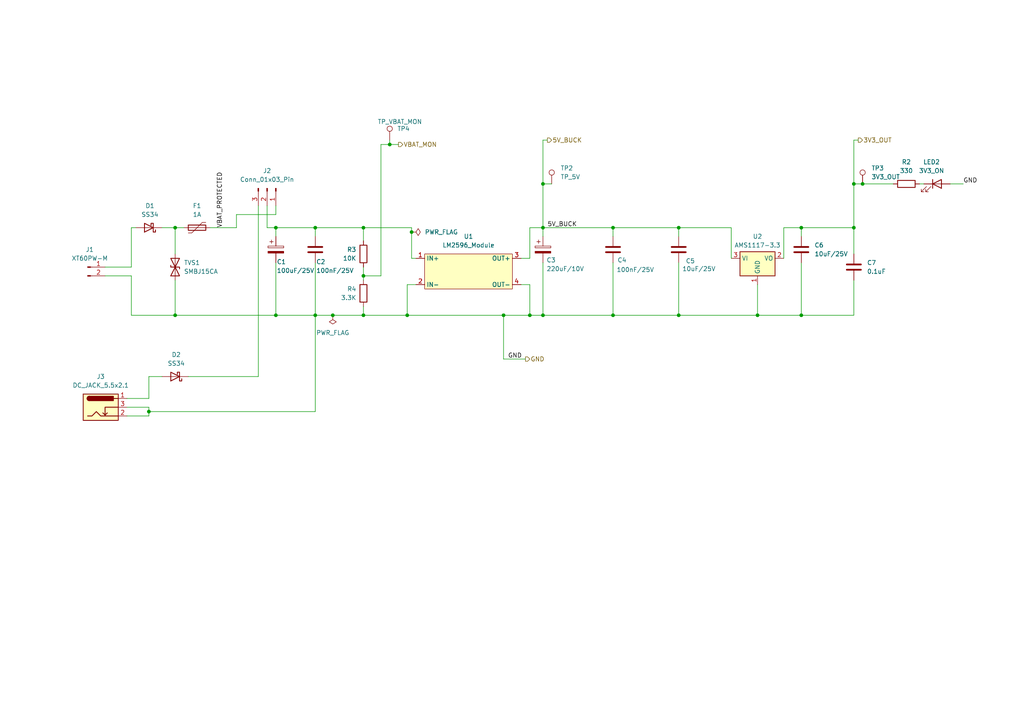
<source format=kicad_sch>
(kicad_sch (version 20250114) (generator "eeschema") (generator_version "9.0")
  (paper "A4")
  (lib_symbols
    (symbol "Connector:Barrel_Jack_Switch" (pin_names (hide yes))
      (property "Reference" "J" (at 0 5.334 0))
      (property "Value" "Barrel_Jack_Switch" (at 0 -5.08 0))
      (symbol "Barrel_Jack_Switch_0_1"
        (rectangle (start -5.08 3.81) (end 5.08 -3.81) (stroke (width 0.254)) (fill (type background)))
        (polyline (pts (xy -3.81 -2.54) (xy -2.54 -2.54) (xy -1.27 -1.27) (xy 0 -2.54) (xy 2.54 -2.54) (xy 5.08 -2.54)) (stroke (width 0.254)))
        (arc (start -3.302 1.905) (mid -3.9343 2.54) (end -3.302 3.175) (stroke (width 0.254)))
        (arc (start -3.302 1.905) (mid -3.9343 2.54) (end -3.302 3.175) (stroke (width 0.254)) (fill (type outline)))
        (polyline (pts (xy 1.27 -2.286) (xy 1.905 -1.651)) (stroke (width 0.254)))
        (rectangle (start 3.683 3.175) (end -3.302 1.905) (stroke (width 0.254)) (fill (type outline)))
        (polyline (pts (xy 5.08 2.54) (xy 3.81 2.54)) (stroke (width 0.254)))
        (polyline (pts (xy 5.08 0) (xy 1.27 0) (xy 1.27 -2.286) (xy 0.635 -1.651)) (stroke (width 0.254)))
      )
      (symbol "Barrel_Jack_Switch_1_1"
        (pin passive line (at 7.62 2.54 180) (length 2.54) (name "~") (number "1"))
        (pin passive line (at 7.62 0 180) (length 2.54) (name "~") (number "3"))
        (pin passive line (at 7.62 -2.54 180) (length 2.54) (name "~") (number "2"))
      )
    )
    (symbol "Connector:Conn_01x02_Pin" (pin_names (offset 1.016) (hide yes))
      (property "Reference" "J" (at 0 2.54 0))
      (property "Value" "Conn_01x02_Pin" (at 0 -5.08 0))
      (symbol "Conn_01x02_Pin_1_1"
        (rectangle (start 0.8636 0.127) (end 0 -0.127) (stroke (width 0.1524)) (fill (type outline)))
        (rectangle (start 0.8636 -2.413) (end 0 -2.667) (stroke (width 0.1524)) (fill (type outline)))
        (polyline (pts (xy 1.27 0) (xy 0.8636 0)) (stroke (width 0.1524)))
        (polyline (pts (xy 1.27 -2.54) (xy 0.8636 -2.54)) (stroke (width 0.1524)))
        (pin passive line (at 5.08 0 180) (length 3.81) (name "Pin_1") (number "1"))
        (pin passive line (at 5.08 -2.54 180) (length 3.81) (name "Pin_2") (number "2"))
      )
    )
    (symbol "Connector:Conn_01x03_Pin" (pin_names (offset 1.016) (hide yes))
      (property "Reference" "J" (at 0 5.08 0))
      (property "Value" "Conn_01x03_Pin" (at 0 -5.08 0))
      (symbol "Conn_01x03_Pin_1_1"
        (rectangle (start 0.8636 2.667) (end 0 2.413) (stroke (width 0.1524)) (fill (type outline)))
        (rectangle (start 0.8636 0.127) (end 0 -0.127) (stroke (width 0.1524)) (fill (type outline)))
        (rectangle (start 0.8636 -2.413) (end 0 -2.667) (stroke (width 0.1524)) (fill (type outline)))
        (polyline (pts (xy 1.27 2.54) (xy 0.8636 2.54)) (stroke (width 0.1524)))
        (polyline (pts (xy 1.27 0) (xy 0.8636 0)) (stroke (width 0.1524)))
        (polyline (pts (xy 1.27 -2.54) (xy 0.8636 -2.54)) (stroke (width 0.1524)))
        (pin passive line (at 5.08 2.54 180) (length 3.81) (name "Pin_1") (number "1"))
        (pin passive line (at 5.08 0 180) (length 3.81) (name "Pin_2") (number "2"))
        (pin passive line (at 5.08 -2.54 180) (length 3.81) (name "Pin_3") (number "3"))
      )
    )
    (symbol "Connector:TestPoint" (pin_numbers (hide yes)) (pin_names (offset 0.762) (hide yes))
      (property "Reference" "TP" (at 0 6.858 0))
      (property "Value" "TestPoint" (at 0 5.08 0))
      (symbol "TestPoint_0_1"
        (circle (center 0 3.302) (radius 0.762))
      )
      (symbol "TestPoint_1_1"
        (pin passive line (at 0 0 90) (length 2.54) (name "1") (number "1"))
      )
    )
    (symbol "Custom_Modules:LM2596_Module"
      (property "Reference" "U" (at 0 0 0))
      (property "Value" "LM2596_Module" (at 0 0 0))
      (symbol "LM2596_Module_0_1"
        (polyline (pts (xy -12.7 5.08) (xy 12.7 5.08) (xy 12.7 -5.08) (xy -12.7 -5.08) (xy -12.7 5.08)) (fill (type color) (color 255 255 194 1)))
      )
      (symbol "LM2596_Module_1_1"
        (pin power_in line (at -15.24 3.81 0) (length 2.54) (name "IN+") (number "1"))
        (pin power_in line (at -15.24 -3.81 0) (length 2.54) (name "IN-") (number "2"))
        (pin power_out line (at 15.24 3.81 180) (length 2.54) (name "OUT+") (number "3"))
        (pin power_in line (at 15.24 -3.81 180) (length 2.54) (name "OUT-") (number "4"))
      )
    )
    (symbol "Device:C" (pin_numbers (hide yes)) (pin_names (offset 0.254))
      (property "Reference" "C" (at 0.635 2.54 0))
      (property "Value" "C" (at 0.635 -2.54 0))
      (symbol "C_0_1"
        (polyline (pts (xy -2.032 0.762) (xy 2.032 0.762)) (stroke (width 0.508)))
        (polyline (pts (xy -2.032 -0.762) (xy 2.032 -0.762)) (stroke (width 0.508)))
      )
      (symbol "C_1_1"
        (pin passive line (at 0 3.81 270) (length 2.794) (name "~") (number "1"))
        (pin passive line (at 0 -3.81 90) (length 2.794) (name "~") (number "2"))
      )
    )
    (symbol "Device:C_Polarized" (pin_numbers (hide yes)) (pin_names (offset 0.254))
      (property "Reference" "C" (at 0.635 2.54 0))
      (property "Value" "C_Polarized" (at 0.635 -2.54 0))
      (symbol "C_Polarized_0_1"
        (rectangle (start -2.286 0.508) (end 2.286 1.016))
        (polyline (pts (xy -1.778 2.286) (xy -0.762 2.286)))
        (polyline (pts (xy -1.27 2.794) (xy -1.27 1.778)))
        (rectangle (start 2.286 -0.508) (end -2.286 -1.016) (fill (type outline)))
      )
      (symbol "C_Polarized_1_1"
        (pin passive line (at 0 3.81 270) (length 2.794) (name "~") (number "1"))
        (pin passive line (at 0 -3.81 90) (length 2.794) (name "~") (number "2"))
      )
    )
    (symbol "Device:D_Schottky" (pin_numbers (hide yes)) (pin_names (offset 1.016) (hide yes))
      (property "Reference" "D" (at 0 2.54 0))
      (property "Value" "D_Schottky" (at 0 -2.54 0))
      (symbol "D_Schottky_0_1"
        (polyline (pts (xy -1.905 0.635) (xy -1.905 1.27) (xy -1.27 1.27) (xy -1.27 -1.27) (xy -0.635 -1.27) (xy -0.635 -0.635)) (stroke (width 0.254)))
        (polyline (pts (xy 1.27 1.27) (xy 1.27 -1.27) (xy -1.27 0) (xy 1.27 1.27)) (stroke (width 0.254)))
        (polyline (pts (xy 1.27 0) (xy -1.27 0)))
      )
      (symbol "D_Schottky_1_1"
        (pin passive line (at -3.81 0 0) (length 2.54) (name "K") (number "1"))
        (pin passive line (at 3.81 0 180) (length 2.54) (name "A") (number "2"))
      )
    )
    (symbol "Device:D_TVS" (pin_numbers (hide yes)) (pin_names (offset 1.016) (hide yes))
      (property "Reference" "D" (at 0 2.54 0))
      (property "Value" "D_TVS" (at 0 -2.54 0))
      (symbol "D_TVS_0_1"
        (polyline (pts (xy -2.54 1.27) (xy -2.54 -1.27) (xy 2.54 1.27) (xy 2.54 -1.27) (xy -2.54 1.27)) (stroke (width 0.254)))
        (polyline (pts (xy 0.508 1.27) (xy 0 1.27) (xy 0 -1.27) (xy -0.508 -1.27)) (stroke (width 0.254)))
        (polyline (pts (xy 1.27 0) (xy -1.27 0)))
      )
      (symbol "D_TVS_1_1"
        (pin passive line (at -3.81 0 0) (length 2.54) (name "A1") (number "1"))
        (pin passive line (at 3.81 0 180) (length 2.54) (name "A2") (number "2"))
      )
    )
    (symbol "Device:LED" (pin_numbers (hide yes)) (pin_names (offset 1.016) (hide yes))
      (property "Reference" "D" (at 0 2.54 0))
      (property "Value" "LED" (at 0 -2.54 0))
      (symbol "LED_0_1"
        (polyline (pts (xy -3.048 -0.762) (xy -4.572 -2.286) (xy -3.81 -2.286) (xy -4.572 -2.286) (xy -4.572 -1.524)))
        (polyline (pts (xy -1.778 -0.762) (xy -3.302 -2.286) (xy -2.54 -2.286) (xy -3.302 -2.286) (xy -3.302 -1.524)))
        (polyline (pts (xy -1.27 0) (xy 1.27 0)))
        (polyline (pts (xy -1.27 -1.27) (xy -1.27 1.27)) (stroke (width 0.254)))
        (polyline (pts (xy 1.27 -1.27) (xy 1.27 1.27) (xy -1.27 0) (xy 1.27 -1.27)) (stroke (width 0.254)))
      )
      (symbol "LED_1_1"
        (pin passive line (at -3.81 0 0) (length 2.54) (name "K") (number "1"))
        (pin passive line (at 3.81 0 180) (length 2.54) (name "A") (number "2"))
      )
    )
    (symbol "Device:Polyfuse" (pin_numbers (hide yes)) (pin_names (offset 0))
      (property "Reference" "F" (at -2.54 0 90))
      (property "Value" "Polyfuse" (at 2.54 0 90))
      (symbol "Polyfuse_0_1"
        (polyline (pts (xy -1.524 2.54) (xy -1.524 1.524) (xy 1.524 -1.524) (xy 1.524 -2.54)))
        (rectangle (start -0.762 2.54) (end 0.762 -2.54) (stroke (width 0.254)))
        (polyline (pts (xy 0 2.54) (xy 0 -2.54)))
      )
      (symbol "Polyfuse_1_1"
        (pin passive line (at 0 3.81 270) (length 1.27) (name "~") (number "1"))
        (pin passive line (at 0 -3.81 90) (length 1.27) (name "~") (number "2"))
      )
    )
    (symbol "Device:R" (pin_numbers (hide yes)) (pin_names (offset 0))
      (property "Reference" "R" (at 2.032 0 90))
      (property "Value" "R" (at 0 0 90))
      (symbol "R_0_1"
        (rectangle (start -1.016 -2.54) (end 1.016 2.54) (stroke (width 0.254)))
      )
      (symbol "R_1_1"
        (pin passive line (at 0 3.81 270) (length 1.27) (name "~") (number "1"))
        (pin passive line (at 0 -3.81 90) (length 1.27) (name "~") (number "2"))
      )
    )
    (symbol "Regulator_Linear:AMS1117-3.3"
      (property "Reference" "U" (at -3.81 3.175 0))
      (property "Value" "AMS1117-3.3" (at 0 3.175 0))
      (symbol "AMS1117-3.3_0_1"
        (rectangle (start -5.08 -5.08) (end 5.08 1.905) (stroke (width 0.254)) (fill (type background)))
      )
      (symbol "AMS1117-3.3_1_1"
        (pin power_in line (at -7.62 0 0) (length 2.54) (name "VI") (number "3"))
        (pin power_in line (at 0 -7.62 90) (length 2.54) (name "GND") (number "1"))
        (pin power_out line (at 7.62 0 180) (length 2.54) (name "VO") (number "2"))
      )
    )
    (symbol "power:PWR_FLAG" (power) (pin_numbers (hide yes)) (pin_names (offset 0) (hide yes))
      (property "Value" "PWR_FLAG" (at 0 3.81 0))
      (symbol "PWR_FLAG_0_0"
        (pin power_out line (at 0 0 90) (length 0) (name "~") (number "1"))
      )
      (symbol "PWR_FLAG_0_1"
        (polyline (pts (xy 0 0) (xy 0 1.27) (xy -1.016 1.905) (xy 0 2.54) (xy 1.016 1.905) (xy 0 1.27)))
      )
    )
  )
  (junction (at 118.11 91.44))
  (junction (at 146.05 91.44))
  (junction (at 113.03 41.91))
  (junction (at 219.71 91.44))
  (junction (at 232.41 91.44))
  (junction (at 105.41 91.44))
  (junction (at 105.41 66.04))
  (junction (at 50.8 66.04))
  (junction (at 105.41 80.01))
  (junction (at 91.44 66.04))
  (junction (at 157.48 66.04))
  (junction (at 80.01 91.44))
  (junction (at 153.67 91.44))
  (junction (at 177.8 91.44))
  (junction (at 119.38 67.31))
  (junction (at 177.8 66.04))
  (junction (at 50.8 91.44))
  (junction (at 247.65 66.04))
  (junction (at 80.01 66.04))
  (junction (at 196.85 66.04))
  (junction (at 247.65 53.34))
  (junction (at 96.52 91.44))
  (junction (at 157.48 53.34))
  (junction (at 232.41 66.04))
  (junction (at 250.19 53.34))
  (junction (at 196.85 91.44))
  (junction (at 157.48 91.44))
  (junction (at 43.18 119.38))
  (junction (at 91.44 91.44))
  (wire (pts (xy 146.05 104.14) (xy 152.4 104.14)))
  (wire (pts (xy 118.11 82.55) (xy 118.11 91.44)))
  (wire (pts (xy 232.41 91.44) (xy 247.65 91.44)))
  (wire (pts (xy 157.48 40.64) (xy 157.48 53.34)))
  (wire (pts (xy 247.65 81.28) (xy 247.65 91.44)))
  (wire (pts (xy 227.33 74.93) (xy 227.33 66.04)))
  (wire (pts (xy 153.67 91.44) (xy 157.48 91.44)))
  (wire (pts (xy 151.13 74.93) (xy 153.67 74.93)))
  (wire (pts (xy 91.44 66.04) (xy 105.41 66.04)))
  (wire (pts (xy 247.65 66.04) (xy 247.65 53.34)))
  (wire (pts (xy 119.38 67.31) (xy 119.38 74.93)))
  (wire (pts (xy 43.18 118.11) (xy 43.18 119.38)))
  (wire (pts (xy 43.18 109.22) (xy 46.99 109.22)))
  (wire (pts (xy 38.1 77.47) (xy 38.1 66.04)))
  (wire (pts (xy 50.8 66.04) (xy 53.34 66.04)))
  (wire (pts (xy 80.01 76.2) (xy 80.01 91.44)))
  (wire (pts (xy 105.41 66.04) (xy 119.38 66.04)))
  (wire (pts (xy 196.85 66.04) (xy 196.85 68.58)))
  (wire (pts (xy 275.59 53.34) (xy 279.4 53.34)))
  (wire (pts (xy 227.33 66.04) (xy 232.41 66.04)))
  (wire (pts (xy 105.41 91.44) (xy 118.11 91.44)))
  (wire (pts (xy 212.09 66.04) (xy 212.09 74.93)))
  (wire (pts (xy 96.52 91.44) (xy 105.41 91.44)))
  (wire (pts (xy 113.03 41.91) (xy 115.57 41.91)))
  (wire (pts (xy 146.05 91.44) (xy 146.05 104.14)))
  (wire (pts (xy 80.01 66.04) (xy 91.44 66.04)))
  (wire (pts (xy 247.65 53.34) (xy 250.19 53.34)))
  (wire (pts (xy 177.8 76.2) (xy 177.8 91.44)))
  (wire (pts (xy 157.48 66.04) (xy 177.8 66.04)))
  (wire (pts (xy 36.83 118.11) (xy 43.18 118.11)))
  (wire (pts (xy 157.48 66.04) (xy 157.48 68.58)))
  (wire (pts (xy 119.38 74.93) (xy 120.65 74.93)))
  (wire (pts (xy 247.65 73.66) (xy 247.65 66.04)))
  (wire (pts (xy 38.1 66.04) (xy 39.37 66.04)))
  (wire (pts (xy 232.41 66.04) (xy 247.65 66.04)))
  (wire (pts (xy 91.44 91.44) (xy 91.44 119.38)))
  (wire (pts (xy 36.83 115.57) (xy 43.18 115.57)))
  (wire (pts (xy 219.71 91.44) (xy 232.41 91.44)))
  (wire (pts (xy 77.47 59.69) (xy 77.47 66.04)))
  (wire (pts (xy 157.48 76.2) (xy 157.48 91.44)))
  (wire (pts (xy 80.01 68.58) (xy 80.01 66.04)))
  (wire (pts (xy 157.48 53.34) (xy 157.48 66.04)))
  (wire (pts (xy 196.85 76.2) (xy 196.85 91.44)))
  (wire (pts (xy 91.44 66.04) (xy 91.44 68.58)))
  (wire (pts (xy 105.41 77.47) (xy 105.41 80.01)))
  (wire (pts (xy 105.41 80.01) (xy 105.41 81.28)))
  (wire (pts (xy 153.67 66.04) (xy 157.48 66.04)))
  (wire (pts (xy 80.01 91.44) (xy 91.44 91.44)))
  (wire (pts (xy 50.8 91.44) (xy 80.01 91.44)))
  (wire (pts (xy 177.8 66.04) (xy 177.8 68.58)))
  (wire (pts (xy 68.58 66.04) (xy 68.58 62.23)))
  (wire (pts (xy 36.83 120.65) (xy 43.18 120.65)))
  (wire (pts (xy 119.38 66.04) (xy 119.38 67.31)))
  (wire (pts (xy 196.85 66.04) (xy 212.09 66.04)))
  (wire (pts (xy 113.03 40.64) (xy 113.03 41.91)))
  (wire (pts (xy 247.65 40.64) (xy 248.92 40.64)))
  (wire (pts (xy 146.05 91.44) (xy 153.67 91.44)))
  (wire (pts (xy 110.49 41.91) (xy 110.49 80.01)))
  (wire (pts (xy 80.01 59.69) (xy 80.01 62.23)))
  (wire (pts (xy 232.41 66.04) (xy 232.41 68.58)))
  (wire (pts (xy 43.18 115.57) (xy 43.18 109.22)))
  (wire (pts (xy 105.41 88.9) (xy 105.41 91.44)))
  (wire (pts (xy 232.41 76.2) (xy 232.41 91.44)))
  (wire (pts (xy 118.11 82.55) (xy 120.65 82.55)))
  (wire (pts (xy 153.67 82.55) (xy 153.67 91.44)))
  (wire (pts (xy 153.67 74.93) (xy 153.67 66.04)))
  (wire (pts (xy 38.1 91.44) (xy 50.8 91.44)))
  (wire (pts (xy 30.48 80.01) (xy 38.1 80.01)))
  (wire (pts (xy 219.71 82.55) (xy 219.71 91.44)))
  (wire (pts (xy 196.85 91.44) (xy 219.71 91.44)))
  (wire (pts (xy 43.18 119.38) (xy 43.18 120.65)))
  (wire (pts (xy 50.8 81.28) (xy 50.8 91.44)))
  (wire (pts (xy 50.8 66.04) (xy 50.8 73.66)))
  (wire (pts (xy 118.11 91.44) (xy 146.05 91.44)))
  (wire (pts (xy 43.18 119.38) (xy 91.44 119.38)))
  (wire (pts (xy 157.48 91.44) (xy 177.8 91.44)))
  (wire (pts (xy 46.99 66.04) (xy 50.8 66.04)))
  (wire (pts (xy 68.58 62.23) (xy 80.01 62.23)))
  (wire (pts (xy 77.47 66.04) (xy 80.01 66.04)))
  (wire (pts (xy 157.48 53.34) (xy 160.02 53.34)))
  (wire (pts (xy 91.44 76.2) (xy 91.44 91.44)))
  (wire (pts (xy 177.8 66.04) (xy 196.85 66.04)))
  (wire (pts (xy 110.49 41.91) (xy 113.03 41.91)))
  (wire (pts (xy 74.93 59.69) (xy 74.93 109.22)))
  (wire (pts (xy 74.93 109.22) (xy 54.61 109.22)))
  (wire (pts (xy 177.8 91.44) (xy 196.85 91.44)))
  (wire (pts (xy 250.19 53.34) (xy 259.08 53.34)))
  (wire (pts (xy 151.13 82.55) (xy 153.67 82.55)))
  (wire (pts (xy 38.1 80.01) (xy 38.1 91.44)))
  (wire (pts (xy 60.96 66.04) (xy 68.58 66.04)))
  (wire (pts (xy 158.75 40.64) (xy 157.48 40.64)))
  (wire (pts (xy 30.48 77.47) (xy 38.1 77.47)))
  (wire (pts (xy 266.7 53.34) (xy 267.97 53.34)))
  (wire (pts (xy 247.65 53.34) (xy 247.65 40.64)))
  (wire (pts (xy 105.41 66.04) (xy 105.41 69.85)))
  (wire (pts (xy 91.44 91.44) (xy 96.52 91.44)))
  (wire (pts (xy 110.49 80.01) (xy 105.41 80.01)))
  (label "GND" (at 147.32 104.14 0))
  (label "GND" (at 279.4 53.34 0))
  (label "5V_BUCK" (at 158.75 66.04 0))
  (label "VBAT_PROTECTED" (at 64.77 66.04 90))
  (hierarchical_label "5V_BUCK" (shape output) (at 158.75 40.64 0))
  (hierarchical_label "GND" (shape output) (at 152.4 104.14 0))
  (hierarchical_label "3V3_OUT" (shape output) (at 248.92 40.64 0))
  (hierarchical_label "VBAT_MON" (shape output) (at 115.57 41.91 0))
  (symbol (lib_id "Connector:TestPoint") (at 113.03 40.64 0) (unit 1)
    (property "Reference" "TP4" (at 118.872 37.338 0) (effects (justify right)))
    (property "Value" "TP_VBAT_MON" (at 122.428 35.306 0) (effects (justify right)))
    (property "Footprint" "TestPoint:TestPoint_Pad_D2.0mm" (effects (hide yes)))
    (property "Description" "test point" (effects (hide yes)))
  )
  (symbol (lib_id "Device:R") (at 105.41 85.09 0) (mirror x) (unit 1)
    (property "Reference" "R4" (at 103.378 83.82 0) (effects (justify right)))
    (property "Value" "3.3K" (at 103.378 86.36 0) (effects (justify right)))
    (property "Footprint" "Resistor_SMD:R_0603_1608Metric" (effects (hide yes)))
    (property "Description" "Resistor" (effects (hide yes)))
    (property "LCSC" "C17635" (effects (hide yes)))
  )
  (symbol (lib_id "Device:Polyfuse") (at 57.15 66.04 90) (unit 1)
    (property "Reference" "F1" (at 57.15 59.69 90))
    (property "Value" "1A" (at 57.15 62.23 90))
    (property "Footprint" "Fuse:Fuse_1812_4532Metric" (effects (hide yes)))
    (property "Description" "Resettable fuse, polymeric positive temperature coefficient" (effects (hide yes)))
    (property "LCSC" "C13576" (effects (hide yes)))
  )
  (symbol (lib_id "Device:C") (at 247.65 77.47 0) (unit 1)
    (property "Reference" "C7" (at 251.46 76.1999 0) (effects (justify left)))
    (property "Value" "0.1uF" (at 251.46 78.7399 0) (effects (justify left)))
    (property "Footprint" "Capacitor_SMD:C_0603_1608Metric" (effects (hide yes)))
    (property "Description" "Unpolarized capacitor" (effects (hide yes)))
    (property "LCSC" "C1848" (effects (hide yes)))
  )
  (symbol (lib_id "Connector:Conn_01x02_Pin") (at 25.4 77.47 0) (unit 1)
    (property "Reference" "J1" (at 26.035 72.39 0))
    (property "Value" "XT60PW-M" (at 26.035 74.93 0))
    (property "Footprint" "Connector_AMASS:AMASS_XT60PW-M_1x02_P7.20mm_Horizontal" (effects (hide yes)))
    (property "Description" "Generic connector, single row, 01x02, script generated" (effects (hide yes)))
    (property "LCSC" "C2962205" (effects (hide yes)))
  )
  (symbol (lib_id "Device:C_Polarized") (at 157.48 72.39 0) (unit 1)
    (property "Reference" "C3" (at 158.496 75.438 0) (effects (justify left)))
    (property "Value" "220uF/10V" (at 158.496 77.978 0) (effects (justify left)))
    (property "Footprint" "Capacitor_THT:CP_Radial_D8.0mm_P3.50mm" (effects (hide yes)))
    (property "Description" "Polarized capacitor" (effects (hide yes)))
    (property "LCSC" "C47262" (effects (hide yes)))
  )
  (symbol (lib_id "Connector:Conn_01x03_Pin") (at 77.47 54.61 270) (unit 1)
    (property "Reference" "J2" (at 77.47 49.53 90))
    (property "Value" "Conn_01x03_Pin" (at 77.47 52.07 90))
    (property "Footprint" "Connector_PinHeader_2.54mm:PinHeader_1x03_P2.54mm_Vertical" (effects (hide yes)))
    (property "Description" "Generic connector, single row, 01x03, script generated" (effects (hide yes)))
  )
  (symbol (lib_id "Device:LED") (at 271.78 53.34 0) (unit 1)
    (property "Reference" "LED2" (at 270.1925 46.99 0))
    (property "Value" "3V3_ON" (at 270.1925 49.53 0))
    (property "Footprint" "LED_SMD:LED_1206_3216Metric" (effects (hide yes)))
    (property "Description" "Light emitting diode" (effects (hide yes)))
    (property "Sim.Pins" "1=K 2=A" (effects (hide yes)))
    (property "LCSC" "C72043" (effects (hide yes)))
  )
  (symbol (lib_id "power:PWR_FLAG") (at 96.52 91.44 180) (unit 1)
    (property "Reference" "#FLG02" (effects (hide yes)))
    (property "Value" "PWR_FLAG" (at 96.52 96.52 0))
    (property "Description" "Special symbol for telling ERC where power comes from" (effects (hide yes)))
  )
  (symbol (lib_id "Regulator_Linear:AMS1117-3.3") (at 219.71 74.93 0) (unit 1)
    (property "Reference" "U2" (at 219.71 68.58 0))
    (property "Value" "AMS1117-3.3" (at 219.71 71.12 0))
    (property "Footprint" "Package_TO_SOT_SMD:SOT-223-3_TabPin2" (effects (hide yes)))
    (property "Datasheet" "http://www.advanced-monolithic.com/pdf/ds1117.pdf" (effects (hide yes)))
    (property "Description" "1A Low Dropout regulator, positive, 3.3V fixed output, SOT-223" (effects (hide yes)))
    (property "LCSC" "C6186" (effects (hide yes)))
  )
  (symbol (lib_id "Device:D_TVS") (at 50.8 77.47 90) (unit 1)
    (property "Reference" "TVS1" (at 53.34 76.1999 90) (effects (justify right)))
    (property "Value" "SMBJ15CA" (at 53.34 78.7399 90) (effects (justify right)))
    (property "Footprint" "Diode_SMD:D_SMB" (effects (hide yes)))
    (property "Description" "Bidirectional transient-voltage-suppression diode" (effects (hide yes)))
    (property "LCSC" "C2844471" (effects (hide yes)))
  )
  (symbol (lib_id "Device:R") (at 262.89 53.34 90) (unit 1)
    (property "Reference" "R2" (at 262.89 46.99 90))
    (property "Value" "330" (at 262.89 49.53 90))
    (property "Footprint" "Resistor_SMD:R_0603_1608Metric" (effects (hide yes)))
    (property "Description" "Resistor" (effects (hide yes)))
    (property "LCSC" "C17630" (effects (hide yes)))
  )
  (symbol (lib_id "Connector:Barrel_Jack_Switch") (at 29.21 118.11 0) (unit 1)
    (property "Reference" "J3" (at 29.21 109.22 0))
    (property "Value" "DC_JACK_5.5x2.1" (at 29.21 111.76 0))
    (property "Footprint" "Connector_BarrelJack:BarrelJack_Horizontal" (effects (hide yes)))
    (property "Description" "DC Barrel Jack with an internal switch" (effects (hide yes)))
    (property "LCSC" "C720560" (effects (hide yes)))
  )
  (symbol (lib_id "Device:C_Polarized") (at 80.01 72.39 0) (unit 1)
    (property "Reference" "C1" (at 80.264 75.946 0) (effects (justify left)))
    (property "Value" "100uF/25V" (at 80.264 78.486 0) (effects (justify left)))
    (property "Footprint" "Capacitor_THT:CP_Radial_D6.3mm_P2.50mm" (effects (hide yes)))
    (property "Description" "Polarized capacitor" (effects (hide yes)))
    (property "LCSC" "C47250" (effects (hide yes)))
  )
  (symbol (lib_id "Device:C") (at 91.44 72.39 0) (unit 1)
    (property "Reference" "C2" (at 91.694 75.946 0) (effects (justify left)))
    (property "Value" "100nF/25V" (at 91.694 78.486 0) (effects (justify left)))
    (property "Footprint" "Capacitor_SMD:C_0603_1608Metric" (effects (hide yes)))
    (property "Description" "Unpolarized capacitor" (effects (hide yes)))
    (property "LCSC" "C1848" (effects (hide yes)))
  )
  (symbol (lib_id "Device:D_Schottky") (at 43.18 66.04 180) (unit 1)
    (property "Reference" "D1" (at 43.4975 59.69 0))
    (property "Value" "SS34" (at 43.4975 62.23 0))
    (property "Footprint" "Diode_SMD:D_SMA" (effects (hide yes)))
    (property "Description" "Schottky diode" (effects (hide yes)))
  )
  (symbol (lib_id "Custom_Modules:LM2596_Module") (at 135.89 78.74 0) (unit 1)
    (property "Reference" "U1" (at 135.89 68.58 0))
    (property "Value" "LM2596_Module" (at 135.89 71.12 0))
    (property "Footprint" "Custom_Modules:LM2596_Module" (effects (hide yes)))
    (property "Description" "LM2596 3A Adjustable Buck Converter Module" (effects (hide yes)))
  )
  (symbol (lib_id "Device:C") (at 177.8 72.39 0) (unit 1)
    (property "Reference" "C4" (at 179.07 75.438 0) (effects (justify left)))
    (property "Value" "100nF/25V" (at 178.816 78.232 0) (effects (justify left)))
    (property "Footprint" "Capacitor_SMD:C_0603_1608Metric" (effects (hide yes)))
    (property "Description" "Unpolarized capacitor" (effects (hide yes)))
    (property "LCSC" "C1848" (effects (hide yes)))
  )
  (symbol (lib_id "Connector:TestPoint") (at 160.02 53.34 0) (unit 1)
    (property "Reference" "TP2" (at 162.56 48.7679 0) (effects (justify left)))
    (property "Value" "TP_5V" (at 162.56 51.3079 0) (effects (justify left)))
    (property "Footprint" "TestPoint:TestPoint_Pad_D2.0mm" (effects (hide yes)))
    (property "Description" "test point" (effects (hide yes)))
  )
  (symbol (lib_id "Connector:TestPoint") (at 250.19 53.34 0) (unit 1)
    (property "Reference" "TP3" (at 252.73 48.7679 0) (effects (justify left)))
    (property "Value" "3V3_OUT" (at 252.73 51.3079 0) (effects (justify left)))
    (property "Footprint" "TestPoint:TestPoint_Pad_D2.0mm" (effects (hide yes)))
    (property "Description" "test point" (effects (hide yes)))
  )
  (symbol (lib_id "Device:R") (at 105.41 73.66 0) (mirror x) (unit 1)
    (property "Reference" "R3" (at 103.3499 72.3899 0) (effects (justify right)))
    (property "Value" "10K" (at 103.3499 74.9299 0) (effects (justify right)))
    (property "Footprint" "Resistor_SMD:R_0603_1608Metric" (effects (hide yes)))
    (property "Description" "Resistor" (effects (hide yes)))
    (property "LCSC" "C17902" (effects (hide yes)))
  )
  (symbol (lib_id "Device:C") (at 196.85 72.39 0) (unit 1)
    (property "Reference" "C5" (at 198.882 75.692 0) (effects (justify left)))
    (property "Value" "10uF/25V" (at 197.866 77.9781 0) (effects (justify left)))
    (property "Footprint" "Capacitor_SMD:C_0603_1608Metric" (effects (hide yes)))
    (property "Description" "Unpolarized capacitor" (effects (hide yes)))
    (property "LCSC" "C13585" (effects (hide yes)))
  )
  (symbol (lib_id "Device:C") (at 232.41 72.39 0) (unit 1)
    (property "Reference" "C6" (at 236.22 71.1199 0) (effects (justify left)))
    (property "Value" "10uF/25V" (at 236.22 73.6599 0) (effects (justify left)))
    (property "Footprint" "Capacitor_SMD:C_0603_1608Metric" (effects (hide yes)))
    (property "Description" "Unpolarized capacitor" (effects (hide yes)))
    (property "LCSC" "C13585" (effects (hide yes)))
  )
  (symbol (lib_id "power:PWR_FLAG") (at 119.38 67.31 270) (unit 1)
    (property "Reference" "#FLG01" (effects (hide yes)))
    (property "Value" "PWR_FLAG" (at 123.19 67.3099 90) (effects (justify left)))
    (property "Description" "Special symbol for telling ERC where power comes from" (effects (hide yes)))
  )
  (symbol (lib_id "Device:D_Schottky") (at 50.8 109.22 180) (unit 1)
    (property "Reference" "D2" (at 51.1175 102.87 0))
    (property "Value" "SS34" (at 51.1175 105.41 0))
    (property "Footprint" "Diode_SMD:D_SMA" (effects (hide yes)))
    (property "Description" "Schottky diode" (effects (hide yes)))
  )
)
</source>
